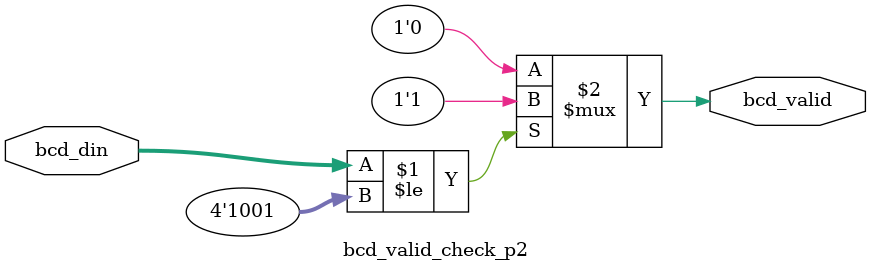
<source format=v>
module bcd_valid_check_p2(
    input [3:0] bcd_din,
    output bcd_valid
);
    // 使用条件表达式判断 bcd_din 是否为有效的 BCD 码
    assign bcd_valid = (bcd_din <= 4'b1001) ? 1'b1 : 1'b0;
    
endmodule
</source>
